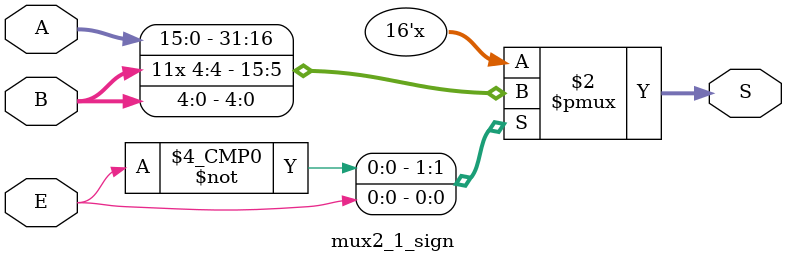
<source format=sv>
module mux2_1_sign(input logic[15:0] A,
	   input logic [4:0] B,
	   input logic E,
	   output logic [15:0] S 
	   );
	always @ (E)
	begin
   case(E)
	1'b0	:	S = A;
	1'b1	:	S = {{11{B[4]}},B};
	endcase
   end
endmodule
</source>
